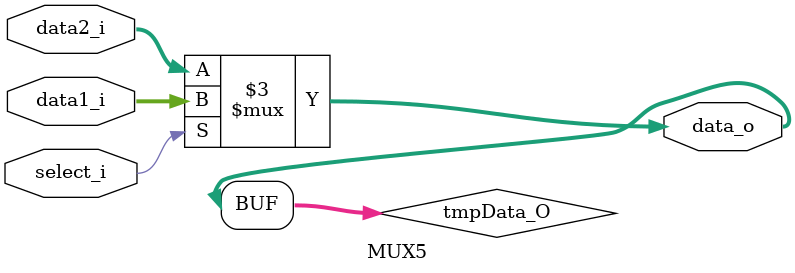
<source format=v>
module MUX5(
	data1_i,	// inst[20:16]
	data2_i,	// inst[15:11]
	select_i,	// Control.RegDst_o
	data_o		// Registers.RDaddr_i
);

input	[4:0]	data1_i;
input	[4:0]	data2_i;
input		select_i;
output	[4:0]	data_o;

reg 	[4:0]	tmpData_O;
assign	data_o = tmpData_O;

always@(*) begin
	if (select_i) begin
		tmpData_O = data1_i;
	end
	else begin
		tmpData_O = data2_i;
	end
end

endmodule

</source>
